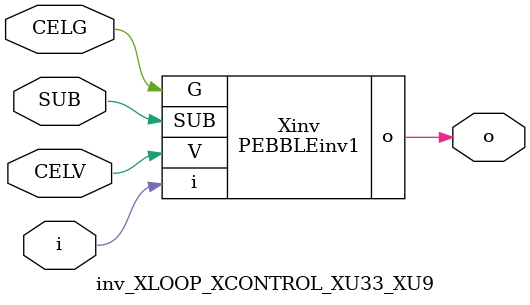
<source format=v>



module PEBBLEinv1 ( o, G, SUB, V, i );

  input V;
  input i;
  input G;
  output o;
  input SUB;
endmodule

//Celera Confidential Do Not Copy inv_XLOOP_XCONTROL_XU33_XU9
//Celera Confidential Symbol Generator
//5V Inverter
module inv_XLOOP_XCONTROL_XU33_XU9 (CELV,CELG,i,o,SUB);
input CELV;
input CELG;
input i;
input SUB;
output o;

//Celera Confidential Do Not Copy inv
PEBBLEinv1 Xinv(
.V (CELV),
.i (i),
.o (o),
.SUB (SUB),
.G (CELG)
);
//,diesize,PEBBLEinv1

//Celera Confidential Do Not Copy Module End
//Celera Schematic Generator
endmodule

</source>
